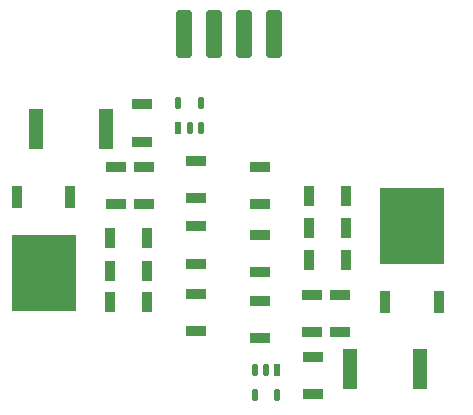
<source format=gtp>
%FSLAX33Y33*%
%MOMM*%
%AMRect-W1193800-H3352800-RO1.000*
21,1,1.1938,3.3528,0.,0.,180*%
%AMRect-W891421-H1741421-RO1.500*
21,1,0.891421,1.741421,0.,0.,90*%
%AMRect-W891421-H1741421-RO1.000*
21,1,0.891421,1.741421,0.,0.,180*%
%AMRect-W820710-H1670710-RO1.500*
21,1,0.82071,1.67071,0.,0.,90*%
%AMRect-W820710-H1670710-RO0.500*
21,1,0.82071,1.67071,0.,0.,270*%
%AMRect-W891421-H1741421-RO0.500*
21,1,0.891421,1.741421,0.,0.,270*%
%AMRect-W1038281-H532132-RO0.500*
21,1,1.038281,0.532132,0.,0.,270*%
%AMRR-H532132-W1038281-R266066-RO0.500*
21,1,0.506149,0.532132,0.,0.,270*
1,1,0.532132,0.,0.2530745*
1,1,0.532132,0.,-0.2530745*
1,1,0.532132,-0.,-0.2530745*
1,1,0.532132,-0.,0.2530745*%
%AMRect-W900001-H1899999-RO1.000*
21,1,0.900001,1.899999,0.,0.,180*%
%AMRect-W5449999-H6400000-RO1.000*
21,1,5.449999,6.4,0.,0.,180*%
%AMRect-W820710-H1670710-RO1.000*
21,1,0.82071,1.67071,0.,0.,180*%
%AMRR-H1300000-W4000000-R120000-RO0.500*
21,1,3.76,1.3,0.,0.,270*
21,1,4.,1.06,0.,0.,270*
1,1,0.24,0.53,1.88*
1,1,0.24,0.53,-1.88*
1,1,0.24,-0.53,-1.88*
1,1,0.24,-0.53,1.88*%
%AMRect-W1038281-H532132-RO1.500*
21,1,1.038281,0.532132,0.,0.,90*%
%AMRR-H532132-W1038281-R266066-RO1.500*
21,1,0.506149,0.532132,0.,0.,90*
1,1,0.532132,-0.,-0.2530745*
1,1,0.532132,-0.,0.2530745*
1,1,0.532132,0.,0.2530745*
1,1,0.532132,0.,-0.2530745*%
%ADD10Rect-W1193800-H3352800-RO1.000*%
%ADD11R,0.82071X1.67071*%
%ADD12R,0.900001X1.899999*%
%ADD13R,5.449999X6.4*%
%ADD14Rect-W891421-H1741421-RO1.500*%
%ADD15Rect-W891421-H1741421-RO1.000*%
%ADD16Rect-W820710-H1670710-RO1.500*%
%ADD17Rect-W820710-H1670710-RO0.500*%
%ADD18Rect-W891421-H1741421-RO0.500*%
%ADD19Rect-W1038281-H532132-RO0.500*%
%ADD20RR-H532132-W1038281-R266066-RO0.500*%
%ADD21Rect-W900001-H1899999-RO1.000*%
%ADD22Rect-W5449999-H6400000-RO1.000*%
%ADD23R,1.1938X3.3528*%
%ADD24Rect-W820710-H1670710-RO1.000*%
%ADD25RR-H1300000-W4000000-R120000-RO0.500*%
%ADD26R,0.891421X1.741421*%
%ADD27Rect-W1038281-H532132-RO1.500*%
%ADD28RR-H532132-W1038281-R266066-RO1.500*%
D10*
%LNtop paste_traces*%
%LNtop paste component 0a7e6818b65e6dd9*%
G01*
X-10410Y9946D03*
X-16354Y9946D03*
%LNtop paste component 029324719d14e7d5*%
D11*
X6725Y4250D03*
X9875Y4250D03*
%LNtop paste component 569398cfd6ecd067*%
D12*
X-13437Y4207D03*
X-17997Y4207D03*
D13*
X-15717Y-2243D03*
%LNtop paste component c945c83012794e35*%
D14*
X-2842Y4128D03*
X-2842Y7278D03*
%LNtop paste component a6b2d28b852c13d9*%
X-2842Y-7193D03*
X-2842Y-4043D03*
%LNtop paste component 340490009263b90c*%
D15*
X-6967Y0682D03*
X-10117Y0682D03*
%LNtop paste component 22f6c69524f717e3*%
D16*
X-9575Y3600D03*
X-9575Y6750D03*
%LNtop paste component b886e87fa9d37edc*%
D17*
X9369Y-4068D03*
X9369Y-7218D03*
%LNtop paste component c5b2b2479887bfab*%
D18*
X2635Y-4596D03*
X2635Y-7746D03*
%LNtop paste component b6b4f001557663a9*%
D17*
X7135Y-9350D03*
X7135Y-12500D03*
%LNtop paste component 24bd484f3a95cba4*%
D14*
X-2842Y-1457D03*
X-2842Y1693D03*
%LNtop paste component 837c47f0b27a0203*%
D17*
X7035Y-4068D03*
X7035Y-7218D03*
%LNtop paste component 09184801b1f854ea*%
D19*
X4085Y-10476D03*
D20*
X3135Y-10476D03*
X2185Y-10476D03*
X2185Y-12609D03*
X4085Y-12609D03*
%LNtop paste component 734641277c24eadc*%
D21*
X13230Y-4675D03*
X17790Y-4675D03*
D22*
X15510Y1775D03*
%LNtop paste component 2425b04f1e77f18b*%
D16*
X-7342Y8882D03*
X-7342Y12032D03*
%LNtop paste component 0fa6ba69303cb1a7*%
D23*
X10204Y-10413D03*
X16148Y-10413D03*
%LNtop paste component c7600c8b42ba537d*%
D24*
X-6931Y-2043D03*
X-10081Y-2043D03*
%LNtop paste component 740283b4dc41e593*%
D18*
X2635Y0990D03*
X2635Y-2160D03*
%LNtop paste component 4c3f625346e047de*%
D25*
X-3860Y18000D03*
X-1320Y18000D03*
X1220Y18000D03*
X3760Y18000D03*
%LNtop paste component 98fceb1916874034*%
D16*
X-7242Y3600D03*
X-7242Y6750D03*
%LNtop paste component 653adfa57058f3dc*%
D18*
X2635Y6725D03*
X2635Y3575D03*
%LNtop paste component e114f8f1ca8e31a3*%
D26*
X6760Y-1150D03*
X9910Y-1150D03*
%LNtop paste component 574ec748705bcd73*%
D24*
X-6931Y-4718D03*
X-10081Y-4718D03*
%LNtop paste component eb33270756c13b50*%
D27*
X-4292Y10009D03*
D28*
X-3342Y10009D03*
X-2392Y10009D03*
X-2392Y12141D03*
X-4292Y12141D03*
%LNtop paste component a01485a67c24aa87*%
D11*
X6725Y1575D03*
X9875Y1575D03*
M02*
</source>
